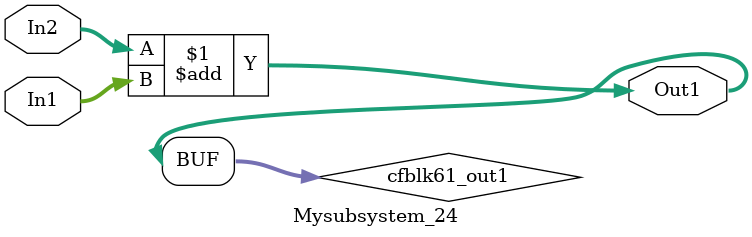
<source format=v>



`timescale 1 ns / 1 ns

module Mysubsystem_24
          (In1,
           In2,
           Out1);


  input   [7:0] In1;  // uint8
  input   [7:0] In2;  // uint8
  output  [7:0] Out1;  // uint8


  wire [7:0] cfblk61_out1;  // uint8


  assign cfblk61_out1 = In2 + In1;



  assign Out1 = cfblk61_out1;

endmodule  // Mysubsystem_24


</source>
